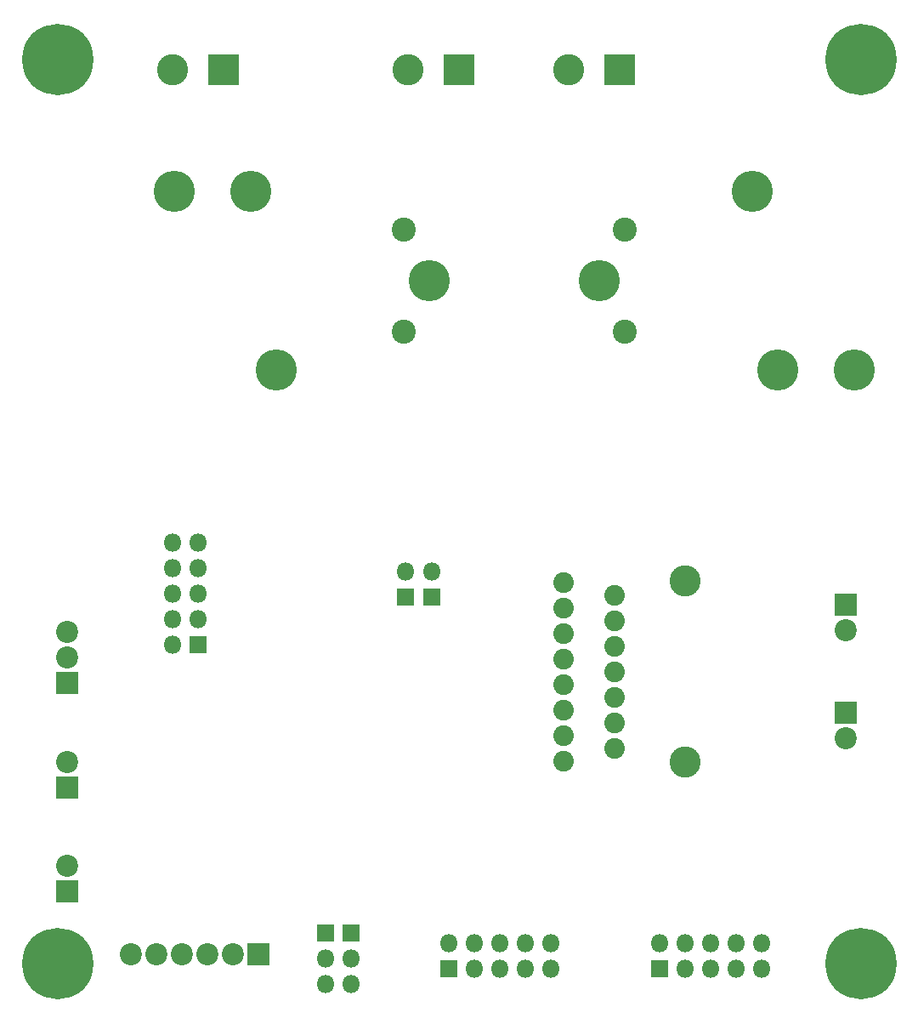
<source format=gbr>
%TF.GenerationSoftware,KiCad,Pcbnew,(5.1.6)-1*%
%TF.CreationDate,2022-04-28T16:11:12+09:00*%
%TF.ProjectId,FP-2500_TCU1000_V1.1,46502d32-3530-4305-9f54-435531303030,rev?*%
%TF.SameCoordinates,Original*%
%TF.FileFunction,Soldermask,Bot*%
%TF.FilePolarity,Negative*%
%FSLAX46Y46*%
G04 Gerber Fmt 4.6, Leading zero omitted, Abs format (unit mm)*
G04 Created by KiCad (PCBNEW (5.1.6)-1) date 2022-04-28 16:11:12*
%MOMM*%
%LPD*%
G01*
G04 APERTURE LIST*
%ADD10C,3.100000*%
%ADD11O,1.800000X1.800000*%
%ADD12R,1.800000X1.800000*%
%ADD13C,4.100000*%
%ADD14C,2.400000*%
%ADD15C,2.200000*%
%ADD16R,2.200000X2.200000*%
%ADD17R,3.100000X3.100000*%
%ADD18C,2.050000*%
%ADD19C,0.900000*%
%ADD20C,7.100000*%
G04 APERTURE END LIST*
D10*
%TO.C,HS1*%
X89500000Y-164900000D03*
X89500000Y-146900000D03*
%TD*%
D11*
%TO.C,J1*%
X76160000Y-182960000D03*
X76160000Y-185500000D03*
X73620000Y-182960000D03*
X73620000Y-185500000D03*
X71080000Y-182960000D03*
X71080000Y-185500000D03*
X68540000Y-182960000D03*
X68540000Y-185500000D03*
X66000000Y-182960000D03*
D12*
X66000000Y-185500000D03*
%TD*%
D11*
%TO.C,J2*%
X97160000Y-182960000D03*
X97160000Y-185500000D03*
X94620000Y-182960000D03*
X94620000Y-185500000D03*
X92080000Y-182960000D03*
X92080000Y-185500000D03*
X89540000Y-182960000D03*
X89540000Y-185500000D03*
X87000000Y-182960000D03*
D12*
X87000000Y-185500000D03*
%TD*%
D11*
%TO.C,J6*%
X38460000Y-143090000D03*
X41000000Y-143090000D03*
X38460000Y-145630000D03*
X41000000Y-145630000D03*
X38460000Y-148170000D03*
X41000000Y-148170000D03*
X38460000Y-150710000D03*
X41000000Y-150710000D03*
X38460000Y-153250000D03*
D12*
X41000000Y-153250000D03*
%TD*%
D11*
%TO.C,JP4*%
X53710000Y-187030000D03*
X53710000Y-184490000D03*
D12*
X53710000Y-181950000D03*
%TD*%
D13*
%TO.C,RLY1*%
X38660000Y-108100000D03*
X48800000Y-125900000D03*
D14*
X61460000Y-122100000D03*
D13*
X64000000Y-117000000D03*
D14*
X61460000Y-111900000D03*
D13*
X46260000Y-108100000D03*
%TD*%
D15*
%TO.C,J10*%
X105500000Y-162540000D03*
D16*
X105500000Y-160000000D03*
%TD*%
D15*
%TO.C,J9*%
X105500000Y-151790000D03*
D16*
X105500000Y-149250000D03*
%TD*%
D10*
%TO.C,J5*%
X77920000Y-96000000D03*
D17*
X83000000Y-96000000D03*
%TD*%
D10*
%TO.C,J4*%
X61920000Y-96000000D03*
D17*
X67000000Y-96000000D03*
%TD*%
D15*
%TO.C,J8*%
X28000000Y-164860000D03*
D16*
X28000000Y-167400000D03*
%TD*%
D15*
%TO.C,J7*%
X28000000Y-175260000D03*
D16*
X28000000Y-177800000D03*
%TD*%
D18*
%TO.C,U3*%
X77420000Y-164790000D03*
X82500000Y-163520000D03*
X77420000Y-162250000D03*
X82500000Y-160980000D03*
X77420000Y-159710000D03*
X82500000Y-158440000D03*
X77420000Y-157170000D03*
X82500000Y-155900000D03*
X77420000Y-154630000D03*
X82500000Y-153360000D03*
X77420000Y-152090000D03*
X82500000Y-150820000D03*
X77420000Y-149550000D03*
X82500000Y-148280000D03*
X77420000Y-147010000D03*
%TD*%
D13*
%TO.C,RLY2*%
X106340000Y-125900000D03*
X96200000Y-108100000D03*
D14*
X83540000Y-111900000D03*
D13*
X81000000Y-117000000D03*
D14*
X83540000Y-122100000D03*
D13*
X98740000Y-125900000D03*
%TD*%
D11*
%TO.C,JP3*%
X56250000Y-187030000D03*
X56250000Y-184490000D03*
D12*
X56250000Y-181950000D03*
%TD*%
D11*
%TO.C,JP2*%
X64300000Y-145960000D03*
D12*
X64300000Y-148500000D03*
%TD*%
D11*
%TO.C,JP1*%
X61650000Y-145960000D03*
D12*
X61650000Y-148500000D03*
%TD*%
D15*
%TO.C,J12*%
X28000000Y-151960000D03*
X28000000Y-154500000D03*
D16*
X28000000Y-157040000D03*
%TD*%
D15*
%TO.C,J11*%
X34300000Y-184000000D03*
X36840000Y-184000000D03*
X39380000Y-184000000D03*
X41920000Y-184000000D03*
X44460000Y-184000000D03*
D16*
X47000000Y-184000000D03*
%TD*%
D10*
%TO.C,J3*%
X38420000Y-96000000D03*
D17*
X43500000Y-96000000D03*
%TD*%
D19*
%TO.C,H4*%
X108856155Y-93143845D03*
X107000000Y-92375000D03*
X105143845Y-93143845D03*
X104375000Y-95000000D03*
X105143845Y-96856155D03*
X107000000Y-97625000D03*
X108856155Y-96856155D03*
X109625000Y-95000000D03*
D20*
X107000000Y-95000000D03*
%TD*%
D19*
%TO.C,H3*%
X108856155Y-183143845D03*
X107000000Y-182375000D03*
X105143845Y-183143845D03*
X104375000Y-185000000D03*
X105143845Y-186856155D03*
X107000000Y-187625000D03*
X108856155Y-186856155D03*
X109625000Y-185000000D03*
D20*
X107000000Y-185000000D03*
%TD*%
D19*
%TO.C,H2*%
X28856155Y-183143845D03*
X27000000Y-182375000D03*
X25143845Y-183143845D03*
X24375000Y-185000000D03*
X25143845Y-186856155D03*
X27000000Y-187625000D03*
X28856155Y-186856155D03*
X29625000Y-185000000D03*
D20*
X27000000Y-185000000D03*
%TD*%
D19*
%TO.C,H1*%
X28856155Y-93143845D03*
X27000000Y-92375000D03*
X25143845Y-93143845D03*
X24375000Y-95000000D03*
X25143845Y-96856155D03*
X27000000Y-97625000D03*
X28856155Y-96856155D03*
X29625000Y-95000000D03*
D20*
X27000000Y-95000000D03*
%TD*%
M02*

</source>
